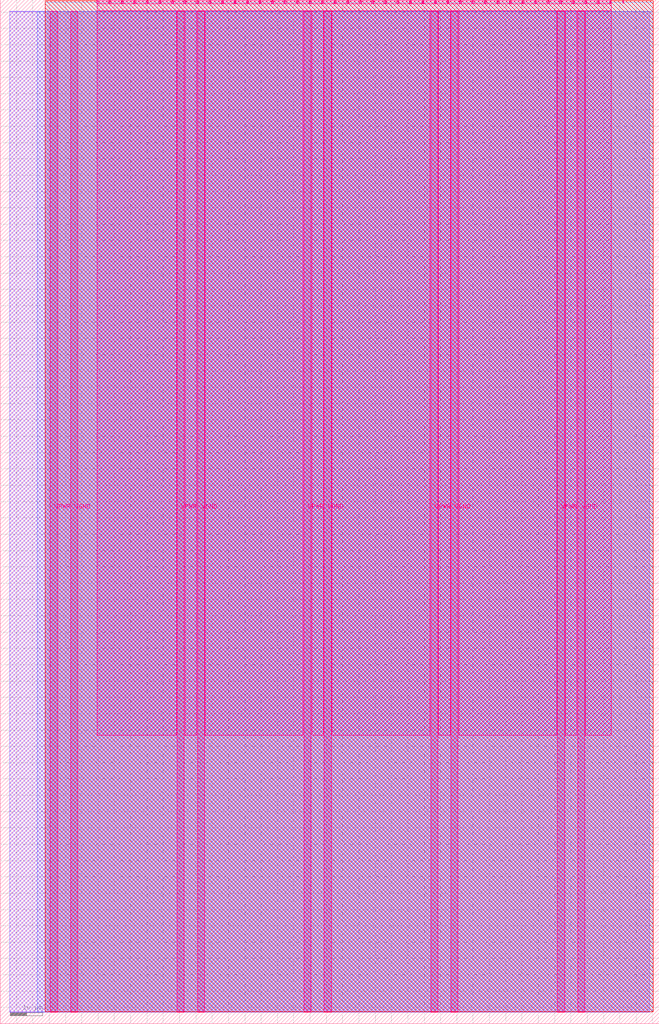
<source format=lef>
VERSION 5.7 ;
  NOWIREEXTENSIONATPIN ON ;
  DIVIDERCHAR "/" ;
  BUSBITCHARS "[]" ;
MACRO tt_um_stochastic_integrator_tt9_CL123abc
  CLASS BLOCK ;
  FOREIGN tt_um_stochastic_integrator_tt9_CL123abc ;
  ORIGIN 0.000 0.000 ;
  SIZE 202.080 BY 313.740 ;
  PIN VGND
    DIRECTION INOUT ;
    USE GROUND ;
    PORT
      LAYER Metal5 ;
        RECT 21.580 3.560 23.780 310.180 ;
    END
    PORT
      LAYER Metal5 ;
        RECT 60.450 3.560 62.650 310.180 ;
    END
    PORT
      LAYER Metal5 ;
        RECT 99.320 3.560 101.520 310.180 ;
    END
    PORT
      LAYER Metal5 ;
        RECT 138.190 3.560 140.390 310.180 ;
    END
    PORT
      LAYER Metal5 ;
        RECT 177.060 3.560 179.260 310.180 ;
    END
  END VGND
  PIN VPWR
    DIRECTION INOUT ;
    USE POWER ;
    PORT
      LAYER Metal5 ;
        RECT 15.380 3.560 17.580 310.180 ;
    END
    PORT
      LAYER Metal5 ;
        RECT 54.250 3.560 56.450 310.180 ;
    END
    PORT
      LAYER Metal5 ;
        RECT 93.120 3.560 95.320 310.180 ;
    END
    PORT
      LAYER Metal5 ;
        RECT 131.990 3.560 134.190 310.180 ;
    END
    PORT
      LAYER Metal5 ;
        RECT 170.860 3.560 173.060 310.180 ;
    END
  END VPWR
  PIN clk
    DIRECTION INPUT ;
    USE SIGNAL ;
    ANTENNAGATEAREA 0.213200 ;
    PORT
      LAYER Metal5 ;
        RECT 187.050 312.740 187.350 313.740 ;
    END
  END clk
  PIN ena
    DIRECTION INPUT ;
    USE SIGNAL ;
    PORT
      LAYER Metal5 ;
        RECT 190.890 312.740 191.190 313.740 ;
    END
  END ena
  PIN rst_n
    DIRECTION INPUT ;
    USE SIGNAL ;
    ANTENNAGATEAREA 0.741000 ;
    PORT
      LAYER Metal5 ;
        RECT 183.210 312.740 183.510 313.740 ;
    END
  END rst_n
  PIN ui_in[0]
    DIRECTION INPUT ;
    USE SIGNAL ;
    ANTENNAGATEAREA 0.180700 ;
    PORT
      LAYER Metal5 ;
        RECT 179.370 312.740 179.670 313.740 ;
    END
  END ui_in[0]
  PIN ui_in[1]
    DIRECTION INPUT ;
    USE SIGNAL ;
    ANTENNAGATEAREA 0.180700 ;
    PORT
      LAYER Metal5 ;
        RECT 175.530 312.740 175.830 313.740 ;
    END
  END ui_in[1]
  PIN ui_in[2]
    DIRECTION INPUT ;
    USE SIGNAL ;
    PORT
      LAYER Metal5 ;
        RECT 171.690 312.740 171.990 313.740 ;
    END
  END ui_in[2]
  PIN ui_in[3]
    DIRECTION INPUT ;
    USE SIGNAL ;
    PORT
      LAYER Metal5 ;
        RECT 167.850 312.740 168.150 313.740 ;
    END
  END ui_in[3]
  PIN ui_in[4]
    DIRECTION INPUT ;
    USE SIGNAL ;
    PORT
      LAYER Metal5 ;
        RECT 164.010 312.740 164.310 313.740 ;
    END
  END ui_in[4]
  PIN ui_in[5]
    DIRECTION INPUT ;
    USE SIGNAL ;
    PORT
      LAYER Metal5 ;
        RECT 160.170 312.740 160.470 313.740 ;
    END
  END ui_in[5]
  PIN ui_in[6]
    DIRECTION INPUT ;
    USE SIGNAL ;
    PORT
      LAYER Metal5 ;
        RECT 156.330 312.740 156.630 313.740 ;
    END
  END ui_in[6]
  PIN ui_in[7]
    DIRECTION INPUT ;
    USE SIGNAL ;
    PORT
      LAYER Metal5 ;
        RECT 152.490 312.740 152.790 313.740 ;
    END
  END ui_in[7]
  PIN uio_in[0]
    DIRECTION INPUT ;
    USE SIGNAL ;
    PORT
      LAYER Metal5 ;
        RECT 148.650 312.740 148.950 313.740 ;
    END
  END uio_in[0]
  PIN uio_in[1]
    DIRECTION INPUT ;
    USE SIGNAL ;
    PORT
      LAYER Metal5 ;
        RECT 144.810 312.740 145.110 313.740 ;
    END
  END uio_in[1]
  PIN uio_in[2]
    DIRECTION INPUT ;
    USE SIGNAL ;
    PORT
      LAYER Metal5 ;
        RECT 140.970 312.740 141.270 313.740 ;
    END
  END uio_in[2]
  PIN uio_in[3]
    DIRECTION INPUT ;
    USE SIGNAL ;
    PORT
      LAYER Metal5 ;
        RECT 137.130 312.740 137.430 313.740 ;
    END
  END uio_in[3]
  PIN uio_in[4]
    DIRECTION INPUT ;
    USE SIGNAL ;
    PORT
      LAYER Metal5 ;
        RECT 133.290 312.740 133.590 313.740 ;
    END
  END uio_in[4]
  PIN uio_in[5]
    DIRECTION INPUT ;
    USE SIGNAL ;
    PORT
      LAYER Metal5 ;
        RECT 129.450 312.740 129.750 313.740 ;
    END
  END uio_in[5]
  PIN uio_in[6]
    DIRECTION INPUT ;
    USE SIGNAL ;
    PORT
      LAYER Metal5 ;
        RECT 125.610 312.740 125.910 313.740 ;
    END
  END uio_in[6]
  PIN uio_in[7]
    DIRECTION INPUT ;
    USE SIGNAL ;
    PORT
      LAYER Metal5 ;
        RECT 121.770 312.740 122.070 313.740 ;
    END
  END uio_in[7]
  PIN uio_oe[0]
    DIRECTION OUTPUT ;
    USE SIGNAL ;
    ANTENNADIFFAREA 0.299200 ;
    PORT
      LAYER Metal5 ;
        RECT 56.490 312.740 56.790 313.740 ;
    END
  END uio_oe[0]
  PIN uio_oe[1]
    DIRECTION OUTPUT ;
    USE SIGNAL ;
    ANTENNADIFFAREA 0.299200 ;
    PORT
      LAYER Metal5 ;
        RECT 52.650 312.740 52.950 313.740 ;
    END
  END uio_oe[1]
  PIN uio_oe[2]
    DIRECTION OUTPUT ;
    USE SIGNAL ;
    ANTENNADIFFAREA 0.299200 ;
    PORT
      LAYER Metal5 ;
        RECT 48.810 312.740 49.110 313.740 ;
    END
  END uio_oe[2]
  PIN uio_oe[3]
    DIRECTION OUTPUT ;
    USE SIGNAL ;
    ANTENNADIFFAREA 0.299200 ;
    PORT
      LAYER Metal5 ;
        RECT 44.970 312.740 45.270 313.740 ;
    END
  END uio_oe[3]
  PIN uio_oe[4]
    DIRECTION OUTPUT ;
    USE SIGNAL ;
    ANTENNADIFFAREA 0.299200 ;
    PORT
      LAYER Metal5 ;
        RECT 41.130 312.740 41.430 313.740 ;
    END
  END uio_oe[4]
  PIN uio_oe[5]
    DIRECTION OUTPUT ;
    USE SIGNAL ;
    ANTENNADIFFAREA 0.299200 ;
    PORT
      LAYER Metal5 ;
        RECT 37.290 312.740 37.590 313.740 ;
    END
  END uio_oe[5]
  PIN uio_oe[6]
    DIRECTION OUTPUT ;
    USE SIGNAL ;
    ANTENNADIFFAREA 0.299200 ;
    PORT
      LAYER Metal5 ;
        RECT 33.450 312.740 33.750 313.740 ;
    END
  END uio_oe[6]
  PIN uio_oe[7]
    DIRECTION OUTPUT ;
    USE SIGNAL ;
    ANTENNADIFFAREA 0.299200 ;
    PORT
      LAYER Metal5 ;
        RECT 29.610 312.740 29.910 313.740 ;
    END
  END uio_oe[7]
  PIN uio_out[0]
    DIRECTION OUTPUT ;
    USE SIGNAL ;
    ANTENNADIFFAREA 0.299200 ;
    PORT
      LAYER Metal5 ;
        RECT 87.210 312.740 87.510 313.740 ;
    END
  END uio_out[0]
  PIN uio_out[1]
    DIRECTION OUTPUT ;
    USE SIGNAL ;
    ANTENNADIFFAREA 0.299200 ;
    PORT
      LAYER Metal5 ;
        RECT 83.370 312.740 83.670 313.740 ;
    END
  END uio_out[1]
  PIN uio_out[2]
    DIRECTION OUTPUT ;
    USE SIGNAL ;
    ANTENNADIFFAREA 0.299200 ;
    PORT
      LAYER Metal5 ;
        RECT 79.530 312.740 79.830 313.740 ;
    END
  END uio_out[2]
  PIN uio_out[3]
    DIRECTION OUTPUT ;
    USE SIGNAL ;
    ANTENNADIFFAREA 0.299200 ;
    PORT
      LAYER Metal5 ;
        RECT 75.690 312.740 75.990 313.740 ;
    END
  END uio_out[3]
  PIN uio_out[4]
    DIRECTION OUTPUT ;
    USE SIGNAL ;
    ANTENNADIFFAREA 0.299200 ;
    PORT
      LAYER Metal5 ;
        RECT 71.850 312.740 72.150 313.740 ;
    END
  END uio_out[4]
  PIN uio_out[5]
    DIRECTION OUTPUT ;
    USE SIGNAL ;
    ANTENNADIFFAREA 0.299200 ;
    PORT
      LAYER Metal5 ;
        RECT 68.010 312.740 68.310 313.740 ;
    END
  END uio_out[5]
  PIN uio_out[6]
    DIRECTION OUTPUT ;
    USE SIGNAL ;
    ANTENNADIFFAREA 0.299200 ;
    PORT
      LAYER Metal5 ;
        RECT 64.170 312.740 64.470 313.740 ;
    END
  END uio_out[6]
  PIN uio_out[7]
    DIRECTION OUTPUT ;
    USE SIGNAL ;
    ANTENNADIFFAREA 0.299200 ;
    PORT
      LAYER Metal5 ;
        RECT 60.330 312.740 60.630 313.740 ;
    END
  END uio_out[7]
  PIN uo_out[0]
    DIRECTION OUTPUT ;
    USE SIGNAL ;
    ANTENNADIFFAREA 0.706800 ;
    PORT
      LAYER Metal5 ;
        RECT 117.930 312.740 118.230 313.740 ;
    END
  END uo_out[0]
  PIN uo_out[1]
    DIRECTION OUTPUT ;
    USE SIGNAL ;
    ANTENNADIFFAREA 0.706800 ;
    PORT
      LAYER Metal5 ;
        RECT 114.090 312.740 114.390 313.740 ;
    END
  END uo_out[1]
  PIN uo_out[2]
    DIRECTION OUTPUT ;
    USE SIGNAL ;
    ANTENNADIFFAREA 0.654800 ;
    PORT
      LAYER Metal5 ;
        RECT 110.250 312.740 110.550 313.740 ;
    END
  END uo_out[2]
  PIN uo_out[3]
    DIRECTION OUTPUT ;
    USE SIGNAL ;
    ANTENNADIFFAREA 0.654800 ;
    PORT
      LAYER Metal5 ;
        RECT 106.410 312.740 106.710 313.740 ;
    END
  END uo_out[3]
  PIN uo_out[4]
    DIRECTION OUTPUT ;
    USE SIGNAL ;
    ANTENNADIFFAREA 0.654800 ;
    PORT
      LAYER Metal5 ;
        RECT 102.570 312.740 102.870 313.740 ;
    END
  END uo_out[4]
  PIN uo_out[5]
    DIRECTION OUTPUT ;
    USE SIGNAL ;
    ANTENNADIFFAREA 0.654800 ;
    PORT
      LAYER Metal5 ;
        RECT 98.730 312.740 99.030 313.740 ;
    END
  END uo_out[5]
  PIN uo_out[6]
    DIRECTION OUTPUT ;
    USE SIGNAL ;
    ANTENNADIFFAREA 0.654800 ;
    PORT
      LAYER Metal5 ;
        RECT 94.890 312.740 95.190 313.740 ;
    END
  END uo_out[6]
  PIN uo_out[7]
    DIRECTION OUTPUT ;
    USE SIGNAL ;
    ANTENNADIFFAREA 0.706800 ;
    PORT
      LAYER Metal5 ;
        RECT 91.050 312.740 91.350 313.740 ;
    END
  END uo_out[7]
  OBS
      LAYER GatPoly ;
        RECT 2.880 3.630 199.200 310.110 ;
      LAYER Metal1 ;
        RECT 2.880 3.560 199.200 310.180 ;
      LAYER Metal2 ;
        RECT 11.375 3.680 200.305 310.060 ;
      LAYER Metal3 ;
        RECT 13.820 3.635 200.260 313.045 ;
      LAYER Metal4 ;
        RECT 13.775 3.680 200.305 313.420 ;
      LAYER Metal5 ;
        RECT 30.120 312.530 33.240 313.465 ;
        RECT 33.960 312.530 37.080 313.465 ;
        RECT 37.800 312.530 40.920 313.465 ;
        RECT 41.640 312.530 44.760 313.465 ;
        RECT 45.480 312.530 48.600 313.465 ;
        RECT 49.320 312.530 52.440 313.465 ;
        RECT 53.160 312.530 56.280 313.465 ;
        RECT 57.000 312.530 60.120 313.465 ;
        RECT 60.840 312.530 63.960 313.465 ;
        RECT 64.680 312.530 67.800 313.465 ;
        RECT 68.520 312.530 71.640 313.465 ;
        RECT 72.360 312.530 75.480 313.465 ;
        RECT 76.200 312.530 79.320 313.465 ;
        RECT 80.040 312.530 83.160 313.465 ;
        RECT 83.880 312.530 87.000 313.465 ;
        RECT 87.720 312.530 90.840 313.465 ;
        RECT 91.560 312.530 94.680 313.465 ;
        RECT 95.400 312.530 98.520 313.465 ;
        RECT 99.240 312.530 102.360 313.465 ;
        RECT 103.080 312.530 106.200 313.465 ;
        RECT 106.920 312.530 110.040 313.465 ;
        RECT 110.760 312.530 113.880 313.465 ;
        RECT 114.600 312.530 117.720 313.465 ;
        RECT 118.440 312.530 121.560 313.465 ;
        RECT 122.280 312.530 125.400 313.465 ;
        RECT 126.120 312.530 129.240 313.465 ;
        RECT 129.960 312.530 133.080 313.465 ;
        RECT 133.800 312.530 136.920 313.465 ;
        RECT 137.640 312.530 140.760 313.465 ;
        RECT 141.480 312.530 144.600 313.465 ;
        RECT 145.320 312.530 148.440 313.465 ;
        RECT 149.160 312.530 152.280 313.465 ;
        RECT 153.000 312.530 156.120 313.465 ;
        RECT 156.840 312.530 159.960 313.465 ;
        RECT 160.680 312.530 163.800 313.465 ;
        RECT 164.520 312.530 167.640 313.465 ;
        RECT 168.360 312.530 171.480 313.465 ;
        RECT 172.200 312.530 175.320 313.465 ;
        RECT 176.040 312.530 179.160 313.465 ;
        RECT 179.880 312.530 183.000 313.465 ;
        RECT 183.720 312.530 186.840 313.465 ;
        RECT 29.660 310.390 187.300 312.530 ;
        RECT 29.660 88.475 54.040 310.390 ;
        RECT 56.660 88.475 60.240 310.390 ;
        RECT 62.860 88.475 92.910 310.390 ;
        RECT 95.530 88.475 99.110 310.390 ;
        RECT 101.730 88.475 131.780 310.390 ;
        RECT 134.400 88.475 137.980 310.390 ;
        RECT 140.600 88.475 170.650 310.390 ;
        RECT 173.270 88.475 176.850 310.390 ;
        RECT 179.470 88.475 187.300 310.390 ;
  END
END tt_um_stochastic_integrator_tt9_CL123abc
END LIBRARY


</source>
